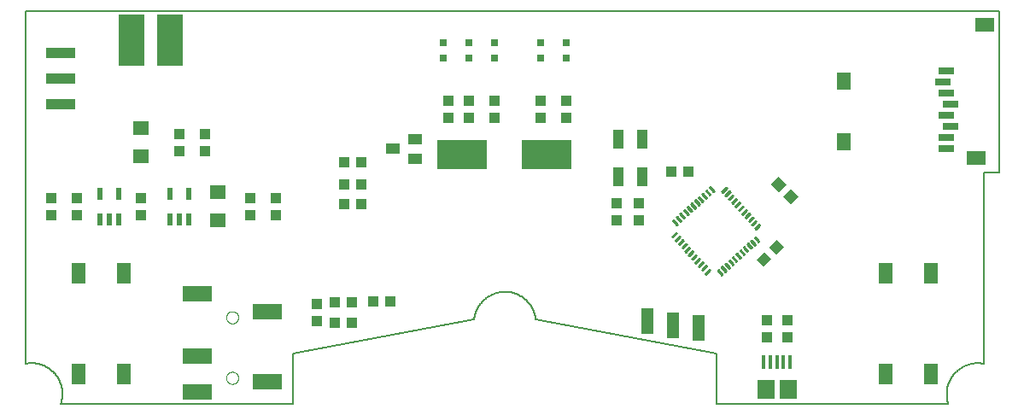
<source format=gtp>
G75*
%MOIN*%
%OFA0B0*%
%FSLAX25Y25*%
%IPPOS*%
%LPD*%
%AMOC8*
5,1,8,0,0,1.08239X$1,22.5*
%
%ADD10C,0.00800*%
%ADD11C,0.00787*%
%ADD12R,0.03937X0.04331*%
%ADD13R,0.03150X0.03150*%
%ADD14R,0.02165X0.04724*%
%ADD15R,0.04331X0.03937*%
%ADD16C,0.01004*%
%ADD17R,0.04331X0.07480*%
%ADD18R,0.06299X0.05512*%
%ADD19R,0.05512X0.08268*%
%ADD20R,0.19685X0.11811*%
%ADD21R,0.05000X0.10000*%
%ADD22R,0.07480X0.05512*%
%ADD23R,0.05512X0.07087*%
%ADD24R,0.05906X0.02756*%
%ADD25R,0.05512X0.03937*%
%ADD26R,0.11811X0.03937*%
%ADD27R,0.01575X0.05315*%
%ADD28R,0.07087X0.07480*%
%ADD29R,0.10000X0.20000*%
%ADD30R,0.11811X0.05906*%
%ADD31C,0.00000*%
D10*
X0016870Y0164242D02*
X0396791Y0164242D01*
D11*
X0030650Y0010698D02*
X0030743Y0010975D01*
X0030830Y0011254D01*
X0030910Y0011534D01*
X0030983Y0011817D01*
X0031049Y0012101D01*
X0031108Y0012387D01*
X0031161Y0012674D01*
X0031206Y0012963D01*
X0031244Y0013252D01*
X0031276Y0013542D01*
X0031300Y0013833D01*
X0031317Y0014125D01*
X0031327Y0014416D01*
X0031330Y0014708D01*
X0031326Y0015000D01*
X0031315Y0015292D01*
X0031296Y0015583D01*
X0031271Y0015874D01*
X0031238Y0016164D01*
X0031199Y0016453D01*
X0031152Y0016742D01*
X0031099Y0017029D01*
X0031039Y0017314D01*
X0030971Y0017598D01*
X0030897Y0017880D01*
X0030816Y0018161D01*
X0030728Y0018439D01*
X0030633Y0018715D01*
X0030532Y0018989D01*
X0030424Y0019260D01*
X0030310Y0019529D01*
X0030189Y0019795D01*
X0030061Y0020057D01*
X0029928Y0020317D01*
X0029788Y0020573D01*
X0029642Y0020826D01*
X0029489Y0021075D01*
X0029331Y0021320D01*
X0029167Y0021561D01*
X0028997Y0021799D01*
X0028821Y0022032D01*
X0028640Y0022261D01*
X0028453Y0022485D01*
X0028261Y0022705D01*
X0028063Y0022919D01*
X0027860Y0023130D01*
X0027653Y0023335D01*
X0027440Y0023535D01*
X0027223Y0023729D01*
X0027001Y0023919D01*
X0026774Y0024103D01*
X0026543Y0024281D01*
X0026308Y0024454D01*
X0026068Y0024621D01*
X0025825Y0024782D01*
X0025577Y0024937D01*
X0025327Y0025086D01*
X0025072Y0025229D01*
X0024814Y0025366D01*
X0024553Y0025497D01*
X0024289Y0025621D01*
X0024021Y0025738D01*
X0023752Y0025849D01*
X0023479Y0025954D01*
X0023204Y0026052D01*
X0022927Y0026143D01*
X0022647Y0026227D01*
X0022366Y0026304D01*
X0022082Y0026375D01*
X0021798Y0026439D01*
X0021511Y0026496D01*
X0021224Y0026546D01*
X0020935Y0026588D01*
X0020645Y0026624D01*
X0020355Y0026653D01*
X0020064Y0026675D01*
X0019772Y0026689D01*
X0019480Y0026697D01*
X0019188Y0026697D01*
X0018896Y0026691D01*
X0018605Y0026677D01*
X0018314Y0026656D01*
X0018023Y0026628D01*
X0017733Y0026593D01*
X0017444Y0026551D01*
X0017157Y0026502D01*
X0016870Y0026446D01*
X0016870Y0026447D02*
X0016870Y0164242D01*
X0121201Y0030384D02*
X0192028Y0043825D01*
X0192064Y0044119D01*
X0192108Y0044412D01*
X0192158Y0044704D01*
X0192216Y0044995D01*
X0192281Y0045284D01*
X0192353Y0045571D01*
X0192432Y0045857D01*
X0192518Y0046140D01*
X0192611Y0046421D01*
X0192711Y0046700D01*
X0192818Y0046977D01*
X0192931Y0047251D01*
X0193051Y0047521D01*
X0193178Y0047789D01*
X0193311Y0048054D01*
X0193451Y0048315D01*
X0193597Y0048573D01*
X0193750Y0048827D01*
X0193908Y0049077D01*
X0194073Y0049324D01*
X0194243Y0049566D01*
X0194420Y0049804D01*
X0194602Y0050038D01*
X0194790Y0050267D01*
X0194984Y0050491D01*
X0195183Y0050710D01*
X0195387Y0050925D01*
X0195597Y0051135D01*
X0195811Y0051339D01*
X0196031Y0051538D01*
X0196255Y0051731D01*
X0196484Y0051919D01*
X0196718Y0052102D01*
X0196956Y0052278D01*
X0197198Y0052449D01*
X0197444Y0052613D01*
X0197695Y0052772D01*
X0197949Y0052924D01*
X0198207Y0053070D01*
X0198468Y0053210D01*
X0198733Y0053343D01*
X0199001Y0053470D01*
X0199271Y0053590D01*
X0199545Y0053703D01*
X0199822Y0053810D01*
X0200101Y0053909D01*
X0200382Y0054002D01*
X0200666Y0054088D01*
X0200951Y0054167D01*
X0201239Y0054239D01*
X0201528Y0054304D01*
X0201818Y0054362D01*
X0202110Y0054413D01*
X0202403Y0054456D01*
X0202697Y0054492D01*
X0202992Y0054521D01*
X0203288Y0054543D01*
X0203584Y0054558D01*
X0203880Y0054565D01*
X0204176Y0054565D01*
X0204472Y0054558D01*
X0204768Y0054543D01*
X0205064Y0054521D01*
X0205359Y0054492D01*
X0205653Y0054456D01*
X0205946Y0054413D01*
X0206238Y0054362D01*
X0206528Y0054304D01*
X0206817Y0054239D01*
X0207105Y0054167D01*
X0207390Y0054088D01*
X0207674Y0054002D01*
X0207955Y0053909D01*
X0208234Y0053810D01*
X0208511Y0053703D01*
X0208785Y0053590D01*
X0209055Y0053470D01*
X0209323Y0053343D01*
X0209588Y0053210D01*
X0209849Y0053070D01*
X0210107Y0052924D01*
X0210361Y0052772D01*
X0210612Y0052613D01*
X0210858Y0052449D01*
X0211100Y0052278D01*
X0211338Y0052102D01*
X0211572Y0051919D01*
X0211801Y0051731D01*
X0212025Y0051538D01*
X0212245Y0051339D01*
X0212459Y0051135D01*
X0212669Y0050925D01*
X0212873Y0050710D01*
X0213072Y0050491D01*
X0213266Y0050267D01*
X0213454Y0050038D01*
X0213636Y0049804D01*
X0213813Y0049566D01*
X0213983Y0049324D01*
X0214148Y0049077D01*
X0214306Y0048827D01*
X0214459Y0048573D01*
X0214605Y0048315D01*
X0214745Y0048054D01*
X0214878Y0047789D01*
X0215005Y0047521D01*
X0215125Y0047251D01*
X0215238Y0046977D01*
X0215345Y0046700D01*
X0215445Y0046421D01*
X0215538Y0046140D01*
X0215624Y0045857D01*
X0215703Y0045571D01*
X0215775Y0045284D01*
X0215840Y0044995D01*
X0215898Y0044704D01*
X0215948Y0044412D01*
X0215992Y0044119D01*
X0216028Y0043825D01*
X0286555Y0030384D01*
X0286555Y0010699D01*
X0377106Y0010699D01*
X0377015Y0010978D01*
X0376930Y0011260D01*
X0376851Y0011544D01*
X0376780Y0011830D01*
X0376716Y0012117D01*
X0376659Y0012406D01*
X0376609Y0012696D01*
X0376566Y0012987D01*
X0376530Y0013279D01*
X0376501Y0013572D01*
X0376480Y0013865D01*
X0376465Y0014159D01*
X0376458Y0014454D01*
X0376458Y0014748D01*
X0376465Y0015042D01*
X0376479Y0015336D01*
X0376501Y0015630D01*
X0376529Y0015923D01*
X0376565Y0016215D01*
X0376608Y0016506D01*
X0376658Y0016796D01*
X0376714Y0017085D01*
X0376778Y0017372D01*
X0376849Y0017658D01*
X0376927Y0017942D01*
X0377012Y0018224D01*
X0377104Y0018503D01*
X0377202Y0018781D01*
X0377307Y0019056D01*
X0377419Y0019328D01*
X0377538Y0019597D01*
X0377662Y0019864D01*
X0377794Y0020127D01*
X0377932Y0020387D01*
X0378076Y0020644D01*
X0378226Y0020897D01*
X0378383Y0021146D01*
X0378545Y0021392D01*
X0378713Y0021633D01*
X0378888Y0021871D01*
X0379068Y0022103D01*
X0379253Y0022332D01*
X0379444Y0022556D01*
X0379641Y0022775D01*
X0379843Y0022989D01*
X0380050Y0023198D01*
X0380262Y0023403D01*
X0380479Y0023602D01*
X0380700Y0023795D01*
X0380927Y0023983D01*
X0381157Y0024166D01*
X0381393Y0024343D01*
X0381632Y0024514D01*
X0381876Y0024679D01*
X0382123Y0024838D01*
X0382375Y0024992D01*
X0382630Y0025139D01*
X0382888Y0025279D01*
X0383150Y0025414D01*
X0383415Y0025542D01*
X0383683Y0025663D01*
X0383954Y0025778D01*
X0384228Y0025886D01*
X0384504Y0025988D01*
X0384783Y0026083D01*
X0385064Y0026170D01*
X0385347Y0026252D01*
X0385632Y0026326D01*
X0385918Y0026393D01*
X0386206Y0026453D01*
X0386496Y0026506D01*
X0386787Y0026552D01*
X0387078Y0026591D01*
X0387371Y0026623D01*
X0387664Y0026648D01*
X0387958Y0026665D01*
X0388252Y0026676D01*
X0388547Y0026679D01*
X0388841Y0026675D01*
X0389135Y0026664D01*
X0389429Y0026646D01*
X0389722Y0026620D01*
X0390015Y0026588D01*
X0390306Y0026548D01*
X0390597Y0026501D01*
X0390886Y0026447D01*
X0390886Y0101250D01*
X0396791Y0101250D01*
X0396791Y0164242D01*
X0121201Y0030384D02*
X0121201Y0010699D01*
X0030650Y0010699D01*
D12*
X0130778Y0042978D03*
X0130778Y0049671D03*
X0114528Y0084478D03*
X0104528Y0084478D03*
X0104528Y0091171D03*
X0114528Y0091171D03*
X0087028Y0109478D03*
X0077028Y0109478D03*
X0077028Y0116171D03*
X0087028Y0116171D03*
X0062028Y0091171D03*
X0062028Y0084478D03*
X0037028Y0084478D03*
X0027028Y0084478D03*
X0027028Y0091171D03*
X0037028Y0091171D03*
X0181902Y0122510D03*
X0189902Y0122510D03*
X0199902Y0122510D03*
X0199902Y0129203D03*
X0189902Y0129203D03*
X0181902Y0129203D03*
X0217902Y0129203D03*
X0227902Y0129203D03*
X0227902Y0122510D03*
X0217902Y0122510D03*
X0247622Y0089045D03*
X0247622Y0082352D03*
X0256122Y0082352D03*
X0256122Y0089045D03*
X0306189Y0043358D03*
X0306189Y0036665D03*
X0314407Y0036665D03*
X0314407Y0043358D03*
D13*
X0227902Y0145904D03*
X0217902Y0145904D03*
X0217902Y0151809D03*
X0227902Y0151809D03*
X0199902Y0151809D03*
X0189902Y0151809D03*
X0179902Y0151809D03*
X0179902Y0145904D03*
X0189902Y0145904D03*
X0199902Y0145904D03*
D14*
X0080768Y0092943D03*
X0073287Y0092943D03*
X0073287Y0082706D03*
X0077028Y0082706D03*
X0080768Y0082706D03*
X0053268Y0082706D03*
X0049528Y0082706D03*
X0045787Y0082706D03*
X0045787Y0092943D03*
X0053268Y0092943D03*
D15*
X0141181Y0096575D03*
X0147874Y0096575D03*
X0147874Y0088632D03*
X0141181Y0088632D03*
X0141181Y0105207D03*
X0147874Y0105207D03*
X0152681Y0050825D03*
X0159374Y0050825D03*
X0144374Y0050575D03*
X0137681Y0050575D03*
X0137681Y0042325D03*
X0144374Y0042325D03*
X0268807Y0101474D03*
X0275500Y0101474D03*
G36*
X0310743Y0099393D02*
X0313804Y0096332D01*
X0311021Y0093549D01*
X0307960Y0096610D01*
X0310743Y0099393D01*
G37*
G36*
X0315475Y0094660D02*
X0318536Y0091599D01*
X0315753Y0088816D01*
X0312692Y0091877D01*
X0315475Y0094660D01*
G37*
G36*
X0307003Y0071804D02*
X0310064Y0074865D01*
X0312847Y0072082D01*
X0309786Y0069021D01*
X0307003Y0071804D01*
G37*
G36*
X0302271Y0067071D02*
X0305332Y0070132D01*
X0308115Y0067349D01*
X0305054Y0064288D01*
X0302271Y0067071D01*
G37*
D16*
X0298775Y0070435D02*
X0297340Y0072029D01*
X0298775Y0070435D02*
X0298644Y0070317D01*
X0297209Y0071911D01*
X0297340Y0072029D01*
X0297741Y0071320D02*
X0297978Y0071320D01*
X0298803Y0073346D02*
X0300238Y0071752D01*
X0300107Y0071634D01*
X0298672Y0073228D01*
X0298803Y0073346D01*
X0299204Y0072637D02*
X0299441Y0072637D01*
X0300204Y0074608D02*
X0301639Y0073014D01*
X0301508Y0072896D01*
X0300073Y0074490D01*
X0300204Y0074608D01*
X0300605Y0073899D02*
X0300842Y0073899D01*
X0301667Y0075925D02*
X0303102Y0074331D01*
X0302971Y0074213D01*
X0301536Y0075807D01*
X0301667Y0075925D01*
X0302068Y0075216D02*
X0302305Y0075216D01*
X0301837Y0079172D02*
X0303431Y0080607D01*
X0301837Y0079172D02*
X0301719Y0079303D01*
X0303313Y0080738D01*
X0303431Y0080607D01*
X0302951Y0080175D02*
X0302688Y0080175D01*
X0302114Y0082070D02*
X0300520Y0080635D01*
X0300402Y0080766D01*
X0301996Y0082201D01*
X0302114Y0082070D01*
X0301634Y0081638D02*
X0301371Y0081638D01*
X0300852Y0083471D02*
X0299258Y0082036D01*
X0299140Y0082167D01*
X0300734Y0083602D01*
X0300852Y0083471D01*
X0300372Y0083039D02*
X0300109Y0083039D01*
X0299535Y0084934D02*
X0297941Y0083499D01*
X0297823Y0083630D01*
X0299417Y0085065D01*
X0299535Y0084934D01*
X0299055Y0084502D02*
X0298792Y0084502D01*
X0298274Y0086335D02*
X0296680Y0084900D01*
X0296562Y0085031D01*
X0298156Y0086466D01*
X0298274Y0086335D01*
X0297794Y0085903D02*
X0297531Y0085903D01*
X0296956Y0087798D02*
X0295362Y0086363D01*
X0295244Y0086494D01*
X0296838Y0087929D01*
X0296956Y0087798D01*
X0296476Y0087366D02*
X0296213Y0087366D01*
X0295521Y0089392D02*
X0293927Y0087957D01*
X0295521Y0089392D02*
X0295639Y0089261D01*
X0294045Y0087826D01*
X0293927Y0087957D01*
X0294896Y0088829D02*
X0295159Y0088829D01*
X0294260Y0090793D02*
X0292666Y0089358D01*
X0294260Y0090793D02*
X0294378Y0090662D01*
X0292784Y0089227D01*
X0292666Y0089358D01*
X0293635Y0090230D02*
X0293898Y0090230D01*
X0292943Y0092256D02*
X0291349Y0090821D01*
X0292943Y0092256D02*
X0293061Y0092125D01*
X0291467Y0090690D01*
X0291349Y0090821D01*
X0292318Y0091693D02*
X0292581Y0091693D01*
X0291681Y0093657D02*
X0290087Y0092222D01*
X0291681Y0093657D02*
X0291799Y0093526D01*
X0290205Y0092091D01*
X0290087Y0092222D01*
X0291056Y0093094D02*
X0291319Y0093094D01*
X0290364Y0095120D02*
X0288770Y0093685D01*
X0290364Y0095120D02*
X0290482Y0094989D01*
X0288888Y0093554D01*
X0288770Y0093685D01*
X0289739Y0094557D02*
X0290002Y0094557D01*
X0285523Y0093855D02*
X0284088Y0095449D01*
X0285523Y0093855D02*
X0285392Y0093737D01*
X0283957Y0095331D01*
X0284088Y0095449D01*
X0284489Y0094740D02*
X0284726Y0094740D01*
X0282625Y0094132D02*
X0284060Y0092538D01*
X0283929Y0092420D01*
X0282494Y0094014D01*
X0282625Y0094132D01*
X0283026Y0093423D02*
X0283263Y0093423D01*
X0281224Y0092870D02*
X0282659Y0091276D01*
X0282528Y0091158D01*
X0281093Y0092752D01*
X0281224Y0092870D01*
X0281625Y0092161D02*
X0281862Y0092161D01*
X0279761Y0091553D02*
X0281196Y0089959D01*
X0281065Y0089841D01*
X0279630Y0091435D01*
X0279761Y0091553D01*
X0280162Y0090844D02*
X0280399Y0090844D01*
X0278360Y0090291D02*
X0279795Y0088697D01*
X0279664Y0088579D01*
X0278229Y0090173D01*
X0278360Y0090291D01*
X0278761Y0089582D02*
X0278998Y0089582D01*
X0276897Y0088974D02*
X0278332Y0087380D01*
X0278201Y0087262D01*
X0276766Y0088856D01*
X0276897Y0088974D01*
X0277298Y0088265D02*
X0277535Y0088265D01*
X0275303Y0087539D02*
X0276738Y0085945D01*
X0275303Y0087539D02*
X0275434Y0087657D01*
X0276869Y0086063D01*
X0276738Y0085945D01*
X0276072Y0086948D02*
X0275835Y0086948D01*
X0273902Y0086277D02*
X0275337Y0084683D01*
X0273902Y0086277D02*
X0274033Y0086395D01*
X0275468Y0084801D01*
X0275337Y0084683D01*
X0274671Y0085686D02*
X0274434Y0085686D01*
X0272439Y0084960D02*
X0273874Y0083366D01*
X0272439Y0084960D02*
X0272570Y0085078D01*
X0274005Y0083484D01*
X0273874Y0083366D01*
X0273208Y0084369D02*
X0272971Y0084369D01*
X0271038Y0083699D02*
X0272473Y0082105D01*
X0271038Y0083699D02*
X0271169Y0083817D01*
X0272604Y0082223D01*
X0272473Y0082105D01*
X0271807Y0083108D02*
X0271570Y0083108D01*
X0269575Y0082382D02*
X0271010Y0080788D01*
X0269575Y0082382D02*
X0269706Y0082500D01*
X0271141Y0080906D01*
X0271010Y0080788D01*
X0270344Y0081791D02*
X0270107Y0081791D01*
X0270840Y0077540D02*
X0269246Y0076105D01*
X0270840Y0077540D02*
X0270958Y0077409D01*
X0269364Y0075974D01*
X0269246Y0076105D01*
X0270215Y0076977D02*
X0270478Y0076977D01*
X0272157Y0076078D02*
X0270563Y0074643D01*
X0272157Y0076078D02*
X0272275Y0075947D01*
X0270681Y0074512D01*
X0270563Y0074643D01*
X0271532Y0075515D02*
X0271795Y0075515D01*
X0273419Y0074677D02*
X0271825Y0073242D01*
X0273419Y0074677D02*
X0273537Y0074546D01*
X0271943Y0073111D01*
X0271825Y0073242D01*
X0272794Y0074114D02*
X0273057Y0074114D01*
X0274736Y0073214D02*
X0273142Y0071779D01*
X0274736Y0073214D02*
X0274854Y0073083D01*
X0273260Y0071648D01*
X0273142Y0071779D01*
X0274111Y0072651D02*
X0274374Y0072651D01*
X0275998Y0071813D02*
X0274404Y0070378D01*
X0275998Y0071813D02*
X0276116Y0071682D01*
X0274522Y0070247D01*
X0274404Y0070378D01*
X0275373Y0071250D02*
X0275636Y0071250D01*
X0277315Y0070350D02*
X0275721Y0068915D01*
X0277315Y0070350D02*
X0277433Y0070219D01*
X0275839Y0068784D01*
X0275721Y0068915D01*
X0276690Y0069787D02*
X0276953Y0069787D01*
X0278750Y0068756D02*
X0277156Y0067321D01*
X0277038Y0067452D01*
X0278632Y0068887D01*
X0278750Y0068756D01*
X0278270Y0068324D02*
X0278007Y0068324D01*
X0280011Y0067355D02*
X0278417Y0065920D01*
X0278299Y0066051D01*
X0279893Y0067486D01*
X0280011Y0067355D01*
X0279531Y0066923D02*
X0279268Y0066923D01*
X0281329Y0065892D02*
X0279735Y0064457D01*
X0279617Y0064588D01*
X0281211Y0066023D01*
X0281329Y0065892D01*
X0280849Y0065460D02*
X0280586Y0065460D01*
X0282590Y0064491D02*
X0280996Y0063056D01*
X0280878Y0063187D01*
X0282472Y0064622D01*
X0282590Y0064491D01*
X0282110Y0064059D02*
X0281847Y0064059D01*
X0283907Y0063028D02*
X0282313Y0061593D01*
X0282195Y0061724D01*
X0283789Y0063159D01*
X0283907Y0063028D01*
X0283427Y0062596D02*
X0283164Y0062596D01*
X0287154Y0062858D02*
X0288589Y0061264D01*
X0287154Y0062858D02*
X0287285Y0062976D01*
X0288720Y0061382D01*
X0288589Y0061264D01*
X0287923Y0062267D02*
X0287686Y0062267D01*
X0288617Y0064175D02*
X0290052Y0062581D01*
X0288617Y0064175D02*
X0288748Y0064293D01*
X0290183Y0062699D01*
X0290052Y0062581D01*
X0289386Y0063584D02*
X0289149Y0063584D01*
X0290018Y0065437D02*
X0291453Y0063843D01*
X0290018Y0065437D02*
X0290149Y0065555D01*
X0291584Y0063961D01*
X0291453Y0063843D01*
X0290787Y0064846D02*
X0290550Y0064846D01*
X0291481Y0066754D02*
X0292916Y0065160D01*
X0291481Y0066754D02*
X0291612Y0066872D01*
X0293047Y0065278D01*
X0292916Y0065160D01*
X0292250Y0066163D02*
X0292013Y0066163D01*
X0292882Y0068015D02*
X0294317Y0066421D01*
X0292882Y0068015D02*
X0293013Y0068133D01*
X0294448Y0066539D01*
X0294317Y0066421D01*
X0293651Y0067424D02*
X0293414Y0067424D01*
X0294345Y0069332D02*
X0295780Y0067738D01*
X0294345Y0069332D02*
X0294476Y0069450D01*
X0295911Y0067856D01*
X0295780Y0067738D01*
X0295114Y0068741D02*
X0294877Y0068741D01*
X0295939Y0070768D02*
X0297374Y0069174D01*
X0297243Y0069056D01*
X0295808Y0070650D01*
X0295939Y0070768D01*
X0296340Y0070059D02*
X0296577Y0070059D01*
D17*
X0257461Y0099478D03*
X0248406Y0099478D03*
X0248406Y0114045D03*
X0257461Y0114045D03*
D18*
X0092028Y0093337D03*
X0092028Y0082313D03*
X0062028Y0107313D03*
X0062028Y0118337D03*
D19*
X0055256Y0061880D03*
X0037539Y0061880D03*
X0037539Y0022510D03*
X0055256Y0022510D03*
X0352500Y0022510D03*
X0370217Y0022510D03*
X0370217Y0061880D03*
X0352500Y0061880D03*
D20*
X0220350Y0108230D03*
X0187406Y0108230D03*
D21*
X0259528Y0043067D03*
X0269528Y0041325D03*
X0279528Y0040325D03*
D22*
X0387835Y0106900D03*
X0391378Y0158868D03*
D23*
X0336260Y0136821D03*
X0336260Y0113199D03*
D24*
X0374843Y0136427D03*
X0376417Y0140758D03*
X0376417Y0132096D03*
X0377992Y0127766D03*
X0376417Y0123435D03*
X0377992Y0119104D03*
X0376417Y0114774D03*
X0376417Y0110443D03*
D25*
X0168858Y0114065D03*
X0160197Y0110325D03*
X0168858Y0106585D03*
D26*
X0030778Y0127825D03*
X0030778Y0137825D03*
X0030778Y0147825D03*
D27*
X0305059Y0026951D03*
X0307618Y0026951D03*
X0310177Y0026951D03*
X0312736Y0026951D03*
X0315295Y0026951D03*
D28*
X0314508Y0016419D03*
X0305846Y0016419D03*
D29*
X0073278Y0152825D03*
X0058278Y0152825D03*
D30*
X0083799Y0053612D03*
X0111358Y0046919D03*
X0083799Y0029596D03*
X0083799Y0015423D03*
X0111358Y0019360D03*
D31*
X0095217Y0020935D02*
X0095219Y0021032D01*
X0095225Y0021129D01*
X0095235Y0021225D01*
X0095249Y0021321D01*
X0095267Y0021417D01*
X0095288Y0021511D01*
X0095314Y0021605D01*
X0095343Y0021697D01*
X0095377Y0021788D01*
X0095413Y0021878D01*
X0095454Y0021966D01*
X0095498Y0022052D01*
X0095546Y0022137D01*
X0095597Y0022219D01*
X0095651Y0022300D01*
X0095709Y0022378D01*
X0095770Y0022453D01*
X0095833Y0022526D01*
X0095900Y0022597D01*
X0095970Y0022664D01*
X0096042Y0022729D01*
X0096117Y0022790D01*
X0096195Y0022849D01*
X0096274Y0022904D01*
X0096356Y0022956D01*
X0096440Y0023004D01*
X0096526Y0023049D01*
X0096614Y0023091D01*
X0096703Y0023129D01*
X0096794Y0023163D01*
X0096886Y0023193D01*
X0096979Y0023220D01*
X0097074Y0023242D01*
X0097169Y0023261D01*
X0097265Y0023276D01*
X0097361Y0023287D01*
X0097458Y0023294D01*
X0097555Y0023297D01*
X0097652Y0023296D01*
X0097749Y0023291D01*
X0097845Y0023282D01*
X0097941Y0023269D01*
X0098037Y0023252D01*
X0098132Y0023231D01*
X0098225Y0023207D01*
X0098318Y0023178D01*
X0098410Y0023146D01*
X0098500Y0023110D01*
X0098588Y0023071D01*
X0098675Y0023027D01*
X0098760Y0022981D01*
X0098843Y0022930D01*
X0098924Y0022877D01*
X0099002Y0022820D01*
X0099079Y0022760D01*
X0099152Y0022697D01*
X0099223Y0022631D01*
X0099291Y0022562D01*
X0099357Y0022490D01*
X0099419Y0022416D01*
X0099478Y0022339D01*
X0099534Y0022260D01*
X0099587Y0022178D01*
X0099637Y0022095D01*
X0099682Y0022009D01*
X0099725Y0021922D01*
X0099764Y0021833D01*
X0099799Y0021743D01*
X0099830Y0021651D01*
X0099857Y0021558D01*
X0099881Y0021464D01*
X0099901Y0021369D01*
X0099917Y0021273D01*
X0099929Y0021177D01*
X0099937Y0021080D01*
X0099941Y0020983D01*
X0099941Y0020887D01*
X0099937Y0020790D01*
X0099929Y0020693D01*
X0099917Y0020597D01*
X0099901Y0020501D01*
X0099881Y0020406D01*
X0099857Y0020312D01*
X0099830Y0020219D01*
X0099799Y0020127D01*
X0099764Y0020037D01*
X0099725Y0019948D01*
X0099682Y0019861D01*
X0099637Y0019775D01*
X0099587Y0019692D01*
X0099534Y0019610D01*
X0099478Y0019531D01*
X0099419Y0019454D01*
X0099357Y0019380D01*
X0099291Y0019308D01*
X0099223Y0019239D01*
X0099152Y0019173D01*
X0099079Y0019110D01*
X0099002Y0019050D01*
X0098924Y0018993D01*
X0098843Y0018940D01*
X0098760Y0018889D01*
X0098675Y0018843D01*
X0098588Y0018799D01*
X0098500Y0018760D01*
X0098410Y0018724D01*
X0098318Y0018692D01*
X0098225Y0018663D01*
X0098132Y0018639D01*
X0098037Y0018618D01*
X0097941Y0018601D01*
X0097845Y0018588D01*
X0097749Y0018579D01*
X0097652Y0018574D01*
X0097555Y0018573D01*
X0097458Y0018576D01*
X0097361Y0018583D01*
X0097265Y0018594D01*
X0097169Y0018609D01*
X0097074Y0018628D01*
X0096979Y0018650D01*
X0096886Y0018677D01*
X0096794Y0018707D01*
X0096703Y0018741D01*
X0096614Y0018779D01*
X0096526Y0018821D01*
X0096440Y0018866D01*
X0096356Y0018914D01*
X0096274Y0018966D01*
X0096195Y0019021D01*
X0096117Y0019080D01*
X0096042Y0019141D01*
X0095970Y0019206D01*
X0095900Y0019273D01*
X0095833Y0019344D01*
X0095770Y0019417D01*
X0095709Y0019492D01*
X0095651Y0019570D01*
X0095597Y0019651D01*
X0095546Y0019733D01*
X0095498Y0019818D01*
X0095454Y0019904D01*
X0095413Y0019992D01*
X0095377Y0020082D01*
X0095343Y0020173D01*
X0095314Y0020265D01*
X0095288Y0020359D01*
X0095267Y0020453D01*
X0095249Y0020549D01*
X0095235Y0020645D01*
X0095225Y0020741D01*
X0095219Y0020838D01*
X0095217Y0020935D01*
X0095217Y0044557D02*
X0095219Y0044654D01*
X0095225Y0044751D01*
X0095235Y0044847D01*
X0095249Y0044943D01*
X0095267Y0045039D01*
X0095288Y0045133D01*
X0095314Y0045227D01*
X0095343Y0045319D01*
X0095377Y0045410D01*
X0095413Y0045500D01*
X0095454Y0045588D01*
X0095498Y0045674D01*
X0095546Y0045759D01*
X0095597Y0045841D01*
X0095651Y0045922D01*
X0095709Y0046000D01*
X0095770Y0046075D01*
X0095833Y0046148D01*
X0095900Y0046219D01*
X0095970Y0046286D01*
X0096042Y0046351D01*
X0096117Y0046412D01*
X0096195Y0046471D01*
X0096274Y0046526D01*
X0096356Y0046578D01*
X0096440Y0046626D01*
X0096526Y0046671D01*
X0096614Y0046713D01*
X0096703Y0046751D01*
X0096794Y0046785D01*
X0096886Y0046815D01*
X0096979Y0046842D01*
X0097074Y0046864D01*
X0097169Y0046883D01*
X0097265Y0046898D01*
X0097361Y0046909D01*
X0097458Y0046916D01*
X0097555Y0046919D01*
X0097652Y0046918D01*
X0097749Y0046913D01*
X0097845Y0046904D01*
X0097941Y0046891D01*
X0098037Y0046874D01*
X0098132Y0046853D01*
X0098225Y0046829D01*
X0098318Y0046800D01*
X0098410Y0046768D01*
X0098500Y0046732D01*
X0098588Y0046693D01*
X0098675Y0046649D01*
X0098760Y0046603D01*
X0098843Y0046552D01*
X0098924Y0046499D01*
X0099002Y0046442D01*
X0099079Y0046382D01*
X0099152Y0046319D01*
X0099223Y0046253D01*
X0099291Y0046184D01*
X0099357Y0046112D01*
X0099419Y0046038D01*
X0099478Y0045961D01*
X0099534Y0045882D01*
X0099587Y0045800D01*
X0099637Y0045717D01*
X0099682Y0045631D01*
X0099725Y0045544D01*
X0099764Y0045455D01*
X0099799Y0045365D01*
X0099830Y0045273D01*
X0099857Y0045180D01*
X0099881Y0045086D01*
X0099901Y0044991D01*
X0099917Y0044895D01*
X0099929Y0044799D01*
X0099937Y0044702D01*
X0099941Y0044605D01*
X0099941Y0044509D01*
X0099937Y0044412D01*
X0099929Y0044315D01*
X0099917Y0044219D01*
X0099901Y0044123D01*
X0099881Y0044028D01*
X0099857Y0043934D01*
X0099830Y0043841D01*
X0099799Y0043749D01*
X0099764Y0043659D01*
X0099725Y0043570D01*
X0099682Y0043483D01*
X0099637Y0043397D01*
X0099587Y0043314D01*
X0099534Y0043232D01*
X0099478Y0043153D01*
X0099419Y0043076D01*
X0099357Y0043002D01*
X0099291Y0042930D01*
X0099223Y0042861D01*
X0099152Y0042795D01*
X0099079Y0042732D01*
X0099002Y0042672D01*
X0098924Y0042615D01*
X0098843Y0042562D01*
X0098760Y0042511D01*
X0098675Y0042465D01*
X0098588Y0042421D01*
X0098500Y0042382D01*
X0098410Y0042346D01*
X0098318Y0042314D01*
X0098225Y0042285D01*
X0098132Y0042261D01*
X0098037Y0042240D01*
X0097941Y0042223D01*
X0097845Y0042210D01*
X0097749Y0042201D01*
X0097652Y0042196D01*
X0097555Y0042195D01*
X0097458Y0042198D01*
X0097361Y0042205D01*
X0097265Y0042216D01*
X0097169Y0042231D01*
X0097074Y0042250D01*
X0096979Y0042272D01*
X0096886Y0042299D01*
X0096794Y0042329D01*
X0096703Y0042363D01*
X0096614Y0042401D01*
X0096526Y0042443D01*
X0096440Y0042488D01*
X0096356Y0042536D01*
X0096274Y0042588D01*
X0096195Y0042643D01*
X0096117Y0042702D01*
X0096042Y0042763D01*
X0095970Y0042828D01*
X0095900Y0042895D01*
X0095833Y0042966D01*
X0095770Y0043039D01*
X0095709Y0043114D01*
X0095651Y0043192D01*
X0095597Y0043273D01*
X0095546Y0043355D01*
X0095498Y0043440D01*
X0095454Y0043526D01*
X0095413Y0043614D01*
X0095377Y0043704D01*
X0095343Y0043795D01*
X0095314Y0043887D01*
X0095288Y0043981D01*
X0095267Y0044075D01*
X0095249Y0044171D01*
X0095235Y0044267D01*
X0095225Y0044363D01*
X0095219Y0044460D01*
X0095217Y0044557D01*
M02*

</source>
